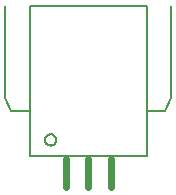
<source format=gto>
G75*
%MOIN*%
%OFA0B0*%
%FSLAX25Y25*%
%IPPOS*%
%LPD*%
%AMOC8*
5,1,8,0,0,1.08239X$1,22.5*
%
%ADD10C,0.00800*%
%ADD11C,0.02362*%
D10*
X0160677Y0047882D02*
X0199654Y0047882D01*
X0199654Y0097882D01*
X0160677Y0097882D01*
X0160677Y0047882D01*
X0165785Y0053295D02*
X0165787Y0053381D01*
X0165793Y0053467D01*
X0165803Y0053553D01*
X0165817Y0053638D01*
X0165834Y0053722D01*
X0165856Y0053806D01*
X0165881Y0053888D01*
X0165910Y0053969D01*
X0165943Y0054049D01*
X0165979Y0054127D01*
X0166019Y0054204D01*
X0166063Y0054278D01*
X0166109Y0054351D01*
X0166159Y0054421D01*
X0166213Y0054489D01*
X0166269Y0054554D01*
X0166328Y0054617D01*
X0166390Y0054677D01*
X0166455Y0054734D01*
X0166522Y0054788D01*
X0166592Y0054838D01*
X0166663Y0054886D01*
X0166737Y0054930D01*
X0166813Y0054971D01*
X0166891Y0055008D01*
X0166971Y0055042D01*
X0167051Y0055072D01*
X0167133Y0055098D01*
X0167217Y0055121D01*
X0167301Y0055139D01*
X0167386Y0055154D01*
X0167471Y0055165D01*
X0167557Y0055172D01*
X0167643Y0055175D01*
X0167730Y0055174D01*
X0167816Y0055169D01*
X0167901Y0055160D01*
X0167987Y0055147D01*
X0168071Y0055131D01*
X0168155Y0055110D01*
X0168238Y0055086D01*
X0168319Y0055057D01*
X0168399Y0055026D01*
X0168478Y0054990D01*
X0168555Y0054951D01*
X0168630Y0054909D01*
X0168703Y0054863D01*
X0168774Y0054813D01*
X0168842Y0054761D01*
X0168908Y0054705D01*
X0168971Y0054647D01*
X0169032Y0054586D01*
X0169090Y0054522D01*
X0169144Y0054455D01*
X0169196Y0054386D01*
X0169244Y0054315D01*
X0169290Y0054241D01*
X0169331Y0054166D01*
X0169369Y0054088D01*
X0169404Y0054009D01*
X0169435Y0053929D01*
X0169462Y0053847D01*
X0169486Y0053764D01*
X0169505Y0053680D01*
X0169521Y0053595D01*
X0169533Y0053510D01*
X0169541Y0053424D01*
X0169545Y0053338D01*
X0169545Y0053252D01*
X0169541Y0053166D01*
X0169533Y0053080D01*
X0169521Y0052995D01*
X0169505Y0052910D01*
X0169486Y0052826D01*
X0169462Y0052743D01*
X0169435Y0052661D01*
X0169404Y0052581D01*
X0169369Y0052502D01*
X0169331Y0052424D01*
X0169290Y0052349D01*
X0169244Y0052275D01*
X0169196Y0052204D01*
X0169144Y0052135D01*
X0169090Y0052068D01*
X0169032Y0052004D01*
X0168971Y0051943D01*
X0168908Y0051885D01*
X0168842Y0051829D01*
X0168774Y0051777D01*
X0168703Y0051727D01*
X0168630Y0051681D01*
X0168555Y0051639D01*
X0168478Y0051600D01*
X0168399Y0051564D01*
X0168319Y0051533D01*
X0168238Y0051504D01*
X0168155Y0051480D01*
X0168071Y0051459D01*
X0167987Y0051443D01*
X0167901Y0051430D01*
X0167816Y0051421D01*
X0167730Y0051416D01*
X0167643Y0051415D01*
X0167557Y0051418D01*
X0167471Y0051425D01*
X0167386Y0051436D01*
X0167301Y0051451D01*
X0167217Y0051469D01*
X0167133Y0051492D01*
X0167051Y0051518D01*
X0166971Y0051548D01*
X0166891Y0051582D01*
X0166813Y0051619D01*
X0166737Y0051660D01*
X0166663Y0051704D01*
X0166592Y0051752D01*
X0166522Y0051802D01*
X0166455Y0051856D01*
X0166390Y0051913D01*
X0166328Y0051973D01*
X0166269Y0052036D01*
X0166213Y0052101D01*
X0166159Y0052169D01*
X0166109Y0052239D01*
X0166063Y0052312D01*
X0166019Y0052386D01*
X0165979Y0052463D01*
X0165943Y0052541D01*
X0165910Y0052621D01*
X0165881Y0052702D01*
X0165856Y0052784D01*
X0165834Y0052868D01*
X0165817Y0052952D01*
X0165803Y0053037D01*
X0165793Y0053123D01*
X0165787Y0053209D01*
X0165785Y0053295D01*
X0160382Y0062941D02*
X0154476Y0062941D01*
X0152606Y0067370D01*
X0152606Y0097882D01*
X0207724Y0097882D02*
X0207724Y0067370D01*
X0205854Y0062941D01*
X0199850Y0062941D01*
D11*
X0187685Y0046996D02*
X0187685Y0037646D01*
X0180165Y0037646D02*
X0180165Y0046996D01*
X0172646Y0046996D02*
X0172646Y0037646D01*
M02*

</source>
